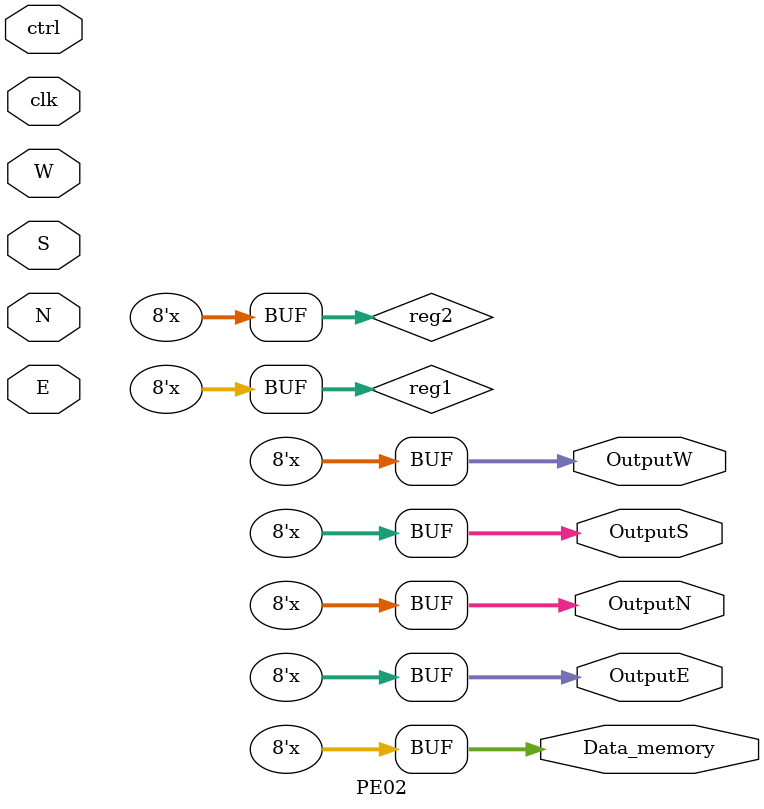
<source format=sv>


//IP库关于浮点

//互联的形式先调研一下，别写代码


//20240121更新
//复现RIKEN的ALU
//sparse accumulator（是一个之前的工作），可以实现类似ROB的功能，SPM-SPM（输出是 DENSE的存储格式）
//SPM-GEM  STEP1:sym-bolitc先预先计算以SPARSE存储的C的大小。  STEP2: 给C分配一个内存空间   STEP3:计算具体数值


module PE02 #(
  parameter ctrl_width = 10,
  parameter data_width = 8
)
(
  input clk,
  input reg [ctrl_width-1:0] ctrl,  //output(3bit)_op1(3bit)_op2(3bit)_opcode(2bit)
  input reg [data_width-1:0] E, S, W, N,
  output reg [data_width-1:0] OutputE, OutputS, OutputW, OutputN,
  output reg [data_width-1:0] Data_memory
);

  
  reg [data_width-1:0] reg1, reg2;
  reg [data_width-1:0] operand1, operand2;
  reg [data_width-1:0] result;


  always @(*) begin
    // 根据控制信号选择第一个操作数
    case (ctrl[ctrl_width-4:ctrl_width-6])
      {ctrl_width-3{1'b0}}, 3'd000: operand1 <= E;
      {ctrl_width-3{1'b0}}, 3'd001: operand1 <= S;
      {ctrl_width-3{1'b0}}, 3'd010: operand1 <= W;
      {ctrl_width-3{1'b0}}, 3'd011: operand1 <= N;
      {ctrl_width-3{1'b0}}, 3'd100: operand1 <= reg1;
      {ctrl_width-3{1'b0}}, 3'd101: operand1 <= reg2;
      default: operand1 = {data_width{1'b0}}; // 默认情况下选择零
    endcase

    // 根据控制信号选择第二个操作数
    case (ctrl[ctrl_width-7:ctrl_width-9])
      {ctrl_width-6{1'b0}}, 3'd000: operand2 <= E;
      {ctrl_width-6{1'b0}}, 3'd001: operand2 <= S;
      {ctrl_width-6{1'b0}}, 3'd010: operand2 <= W;
      {ctrl_width-6{1'b0}}, 3'd011: operand2 <= N;
      {ctrl_width-6{1'b0}}, 3'd100: operand2 <= reg1;
      {ctrl_width-6{1'b0}}, 3'd101: operand2 <= reg2;
      default: operand2 = {data_width{1'b0}}; // 默认情况下选择零
    endcase
  end


  //always @(posedge clk) begin  
  always @(*) begin  
  case (ctrl[1:0])
      2'b00: result <= operand1 + operand2; // 加法操作
      2'b01: result <= operand1 - operand2; // 减法操作
      2'b10: result <= operand1 * operand2; // 乘法操作
      2'b11: result <= operand1 / operand2; // 除法操作
      default: result <= {data_width{1'b0}}; // 默认情况下输出零
    endcase

    // 根据控制信号选择结果输出位置
    case (ctrl[ctrl_width-1:ctrl_width-3])
      3'd000: begin
               OutputE <= result;
             end
      3'd001: begin
               OutputS <= result;
             end
      3'd010: begin
               OutputW <= result;
             end
      3'd011: begin
               OutputN <= result;
             end
      3'd100: begin
               Data_memory <= result;
             end
      3'd101: begin
               reg1 <= result;
             end
      3'd110: begin
               reg2 <= result;
             end
      default: begin
                 // do nothing
               end
    endcase
  end

/*
  always @(posedge clk) begin
    // 根据控制信号选择第一个操作数
    case (ctrl[ctrl_width-4:ctrl_width-6])
      {ctrl_width-3{1'b0}}, 3'd0: operand1 = E;
      {ctrl_width-3{1'b0}}, 3'd1: operand1 = S;
      {ctrl_width-3{1'b0}}, 3'd2: operand1 = W;
      {ctrl_width-3{1'b0}}, 3'd3: operand1 = N;
      {ctrl_width-3{1'b0}}, 3'd4: operand1 = reg1;
      {ctrl_width-3{1'b0}}, 3'd5: operand1 = reg2;
      default: operand1 = {data_width{1'b0}}; // 默认情况下选择零
    endcase

    // 根据控制信号选择第二个操作数
    case (ctrl[ctrl_width-7:ctrl_width-9])
      {ctrl_width-6{1'b0}}, 3'd0: operand2 = E;
      {ctrl_width-6{1'b0}}, 3'd1: operand2 = S;
      {ctrl_width-6{1'b0}}, 3'd2: operand2 = W;
      {ctrl_width-6{1'b0}}, 3'd3: operand2 = N;
      {ctrl_width-6{1'b0}}, 3'd4: operand2 = reg1;
      {ctrl_width-6{1'b0}}, 3'd5: operand2 = reg2;
      default: operand2 = {data_width{1'b0}}; // 默认情况下选择零
    endcase

    // 根据控制信号选择操作类型
    case (ctrl[1:0])
      2'b00: result = operand1 + operand2; // 加法操作
      2'b01: result = operand1 - operand2; // 减法操作
      2'b10: result = operand1 * operand2; // 乘法操作
      2'b11: result = operand1 / operand2; // 除法操作
      default: result = {data_width{1'b0}}; // 默认情况下输出零
    endcase

    // 根据控制信号选择结果输出位置
    case (ctrl[ctrl_width-1:ctrl_width-3])
      3'd0: begin
               OutputE = result;
             end
      3'd1: begin
               OutputS = result;
             end
      3'd2: begin
               OutputW = result;
             end
      3'd3: begin
               OutputN = result;
             end
      3'd4: begin
               Data_memory = result;
             end
      3'd5: begin
               reg1 = result;
             end
      3'd6: begin
               reg2 = result;
             end
      default: begin
                 // do nothing
               end
    endcase
  end
*/


endmodule


</source>
